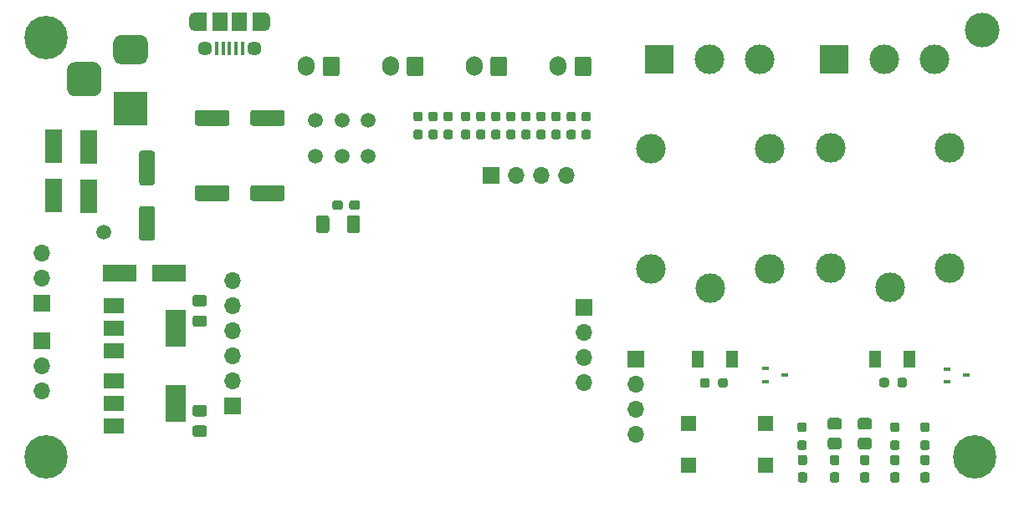
<source format=gbr>
G04 #@! TF.GenerationSoftware,KiCad,Pcbnew,5.1.9-73d0e3b20d~88~ubuntu18.04.1*
G04 #@! TF.CreationDate,2021-04-01T19:01:26+03:00*
G04 #@! TF.ProjectId,Electra,456c6563-7472-4612-9e6b-696361645f70,1*
G04 #@! TF.SameCoordinates,Original*
G04 #@! TF.FileFunction,Soldermask,Top*
G04 #@! TF.FilePolarity,Negative*
%FSLAX46Y46*%
G04 Gerber Fmt 4.6, Leading zero omitted, Abs format (unit mm)*
G04 Created by KiCad (PCBNEW 5.1.9-73d0e3b20d~88~ubuntu18.04.1) date 2021-04-01 19:01:26*
%MOMM*%
%LPD*%
G01*
G04 APERTURE LIST*
%ADD10C,3.500000*%
%ADD11C,2.600000*%
%ADD12O,1.700000X1.700000*%
%ADD13R,1.700000X1.700000*%
%ADD14C,4.400000*%
%ADD15C,0.700000*%
%ADD16R,1.800000X3.500000*%
%ADD17C,3.000000*%
%ADD18R,3.000000X3.000000*%
%ADD19O,1.700000X2.000000*%
%ADD20R,0.700000X0.450000*%
%ADD21R,1.500000X1.500000*%
%ADD22C,1.500000*%
%ADD23R,2.000000X3.800000*%
%ADD24R,2.000000X1.500000*%
%ADD25R,1.300000X1.700000*%
%ADD26R,3.500000X1.800000*%
%ADD27R,1.500000X1.900000*%
%ADD28C,1.450000*%
%ADD29R,0.400000X1.350000*%
%ADD30O,1.200000X1.900000*%
%ADD31R,1.200000X1.900000*%
%ADD32R,3.500000X3.500000*%
G04 APERTURE END LIST*
D10*
X195264600Y-72735200D03*
D11*
X195264600Y-72735200D03*
D12*
X154916700Y-108460300D03*
X154916700Y-105920300D03*
X154916700Y-103380300D03*
D13*
X154916700Y-100840300D03*
D14*
X100500000Y-73500000D03*
D15*
X102150000Y-73500000D03*
X101666726Y-74666726D03*
X100500000Y-75150000D03*
X99333274Y-74666726D03*
X98850000Y-73500000D03*
X99333274Y-72333274D03*
X100500000Y-71850000D03*
X101666726Y-72333274D03*
X101666726Y-114833274D03*
X100500000Y-114350000D03*
X99333274Y-114833274D03*
X98850000Y-116000000D03*
X99333274Y-117166726D03*
X100500000Y-117650000D03*
X101666726Y-117166726D03*
X102150000Y-116000000D03*
D14*
X100500000Y-116000000D03*
X194500000Y-116000000D03*
D15*
X196150000Y-116000000D03*
X195666726Y-117166726D03*
X194500000Y-117650000D03*
X193333274Y-117166726D03*
X192850000Y-116000000D03*
X193333274Y-114833274D03*
X194500000Y-114350000D03*
X195666726Y-114833274D03*
G36*
G01*
X132250200Y-90277700D02*
X132250200Y-90752700D01*
G75*
G02*
X132012700Y-90990200I-237500J0D01*
G01*
X131412700Y-90990200D01*
G75*
G02*
X131175200Y-90752700I0J237500D01*
G01*
X131175200Y-90277700D01*
G75*
G02*
X131412700Y-90040200I237500J0D01*
G01*
X132012700Y-90040200D01*
G75*
G02*
X132250200Y-90277700I0J-237500D01*
G01*
G37*
G36*
G01*
X130525200Y-90277700D02*
X130525200Y-90752700D01*
G75*
G02*
X130287700Y-90990200I-237500J0D01*
G01*
X129687700Y-90990200D01*
G75*
G02*
X129450200Y-90752700I0J237500D01*
G01*
X129450200Y-90277700D01*
G75*
G02*
X129687700Y-90040200I237500J0D01*
G01*
X130287700Y-90040200D01*
G75*
G02*
X130525200Y-90277700I0J-237500D01*
G01*
G37*
G36*
G01*
X132274700Y-91795597D02*
X132274700Y-93095603D01*
G75*
G02*
X132024703Y-93345600I-249997J0D01*
G01*
X131199697Y-93345600D01*
G75*
G02*
X130949700Y-93095603I0J249997D01*
G01*
X130949700Y-91795597D01*
G75*
G02*
X131199697Y-91545600I249997J0D01*
G01*
X132024703Y-91545600D01*
G75*
G02*
X132274700Y-91795597I0J-249997D01*
G01*
G37*
G36*
G01*
X129149700Y-91795597D02*
X129149700Y-93095603D01*
G75*
G02*
X128899703Y-93345600I-249997J0D01*
G01*
X128074697Y-93345600D01*
G75*
G02*
X127824700Y-93095603I0J249997D01*
G01*
X127824700Y-91795597D01*
G75*
G02*
X128074697Y-91545600I249997J0D01*
G01*
X128899703Y-91545600D01*
G75*
G02*
X129149700Y-91795597I0J-249997D01*
G01*
G37*
D16*
X101242000Y-89550000D03*
X101242000Y-84550000D03*
X104782000Y-84600000D03*
X104782000Y-89600000D03*
G36*
G01*
X177289500Y-118636000D02*
X176814500Y-118636000D01*
G75*
G02*
X176577000Y-118398500I0J237500D01*
G01*
X176577000Y-117823500D01*
G75*
G02*
X176814500Y-117586000I237500J0D01*
G01*
X177289500Y-117586000D01*
G75*
G02*
X177527000Y-117823500I0J-237500D01*
G01*
X177527000Y-118398500D01*
G75*
G02*
X177289500Y-118636000I-237500J0D01*
G01*
G37*
G36*
G01*
X177289500Y-116886000D02*
X176814500Y-116886000D01*
G75*
G02*
X176577000Y-116648500I0J237500D01*
G01*
X176577000Y-116073500D01*
G75*
G02*
X176814500Y-115836000I237500J0D01*
G01*
X177289500Y-115836000D01*
G75*
G02*
X177527000Y-116073500I0J-237500D01*
G01*
X177527000Y-116648500D01*
G75*
G02*
X177289500Y-116886000I-237500J0D01*
G01*
G37*
G36*
G01*
X186637500Y-118636000D02*
X186162500Y-118636000D01*
G75*
G02*
X185925000Y-118398500I0J237500D01*
G01*
X185925000Y-117823500D01*
G75*
G02*
X186162500Y-117586000I237500J0D01*
G01*
X186637500Y-117586000D01*
G75*
G02*
X186875000Y-117823500I0J-237500D01*
G01*
X186875000Y-118398500D01*
G75*
G02*
X186637500Y-118636000I-237500J0D01*
G01*
G37*
G36*
G01*
X186637500Y-116886000D02*
X186162500Y-116886000D01*
G75*
G02*
X185925000Y-116648500I0J237500D01*
G01*
X185925000Y-116073500D01*
G75*
G02*
X186162500Y-115836000I237500J0D01*
G01*
X186637500Y-115836000D01*
G75*
G02*
X186875000Y-116073500I0J-237500D01*
G01*
X186875000Y-116648500D01*
G75*
G02*
X186637500Y-116886000I-237500J0D01*
G01*
G37*
G36*
G01*
X183589500Y-116886000D02*
X183114500Y-116886000D01*
G75*
G02*
X182877000Y-116648500I0J237500D01*
G01*
X182877000Y-116073500D01*
G75*
G02*
X183114500Y-115836000I237500J0D01*
G01*
X183589500Y-115836000D01*
G75*
G02*
X183827000Y-116073500I0J-237500D01*
G01*
X183827000Y-116648500D01*
G75*
G02*
X183589500Y-116886000I-237500J0D01*
G01*
G37*
G36*
G01*
X183589500Y-118636000D02*
X183114500Y-118636000D01*
G75*
G02*
X182877000Y-118398500I0J237500D01*
G01*
X182877000Y-117823500D01*
G75*
G02*
X183114500Y-117586000I237500J0D01*
G01*
X183589500Y-117586000D01*
G75*
G02*
X183827000Y-117823500I0J-237500D01*
G01*
X183827000Y-118398500D01*
G75*
G02*
X183589500Y-118636000I-237500J0D01*
G01*
G37*
G36*
G01*
X180541500Y-118636000D02*
X180066500Y-118636000D01*
G75*
G02*
X179829000Y-118398500I0J237500D01*
G01*
X179829000Y-117823500D01*
G75*
G02*
X180066500Y-117586000I237500J0D01*
G01*
X180541500Y-117586000D01*
G75*
G02*
X180779000Y-117823500I0J-237500D01*
G01*
X180779000Y-118398500D01*
G75*
G02*
X180541500Y-118636000I-237500J0D01*
G01*
G37*
G36*
G01*
X180541500Y-116886000D02*
X180066500Y-116886000D01*
G75*
G02*
X179829000Y-116648500I0J237500D01*
G01*
X179829000Y-116073500D01*
G75*
G02*
X180066500Y-115836000I237500J0D01*
G01*
X180541500Y-115836000D01*
G75*
G02*
X180779000Y-116073500I0J-237500D01*
G01*
X180779000Y-116648500D01*
G75*
G02*
X180541500Y-116886000I-237500J0D01*
G01*
G37*
G36*
G01*
X189685500Y-116886000D02*
X189210500Y-116886000D01*
G75*
G02*
X188973000Y-116648500I0J237500D01*
G01*
X188973000Y-116073500D01*
G75*
G02*
X189210500Y-115836000I237500J0D01*
G01*
X189685500Y-115836000D01*
G75*
G02*
X189923000Y-116073500I0J-237500D01*
G01*
X189923000Y-116648500D01*
G75*
G02*
X189685500Y-116886000I-237500J0D01*
G01*
G37*
G36*
G01*
X189685500Y-118636000D02*
X189210500Y-118636000D01*
G75*
G02*
X188973000Y-118398500I0J237500D01*
G01*
X188973000Y-117823500D01*
G75*
G02*
X189210500Y-117586000I237500J0D01*
G01*
X189685500Y-117586000D01*
G75*
G02*
X189923000Y-117823500I0J-237500D01*
G01*
X189923000Y-118398500D01*
G75*
G02*
X189685500Y-118636000I-237500J0D01*
G01*
G37*
D17*
X172670000Y-75720000D03*
X167590000Y-75720000D03*
D18*
X162510000Y-75720000D03*
G36*
G01*
X155677800Y-75693600D02*
X155677800Y-77193600D01*
G75*
G02*
X155427800Y-77443600I-250000J0D01*
G01*
X154227800Y-77443600D01*
G75*
G02*
X153977800Y-77193600I0J250000D01*
G01*
X153977800Y-75693600D01*
G75*
G02*
X154227800Y-75443600I250000J0D01*
G01*
X155427800Y-75443600D01*
G75*
G02*
X155677800Y-75693600I0J-250000D01*
G01*
G37*
D19*
X152327800Y-76443600D03*
X143818800Y-76443600D03*
G36*
G01*
X147168800Y-75693600D02*
X147168800Y-77193600D01*
G75*
G02*
X146918800Y-77443600I-250000J0D01*
G01*
X145718800Y-77443600D01*
G75*
G02*
X145468800Y-77193600I0J250000D01*
G01*
X145468800Y-75693600D01*
G75*
G02*
X145718800Y-75443600I250000J0D01*
G01*
X146918800Y-75443600D01*
G75*
G02*
X147168800Y-75693600I0J-250000D01*
G01*
G37*
X135335200Y-76443600D03*
G36*
G01*
X138685200Y-75693600D02*
X138685200Y-77193600D01*
G75*
G02*
X138435200Y-77443600I-250000J0D01*
G01*
X137235200Y-77443600D01*
G75*
G02*
X136985200Y-77193600I0J250000D01*
G01*
X136985200Y-75693600D01*
G75*
G02*
X137235200Y-75443600I250000J0D01*
G01*
X138435200Y-75443600D01*
G75*
G02*
X138685200Y-75693600I0J-250000D01*
G01*
G37*
G36*
G01*
X130201600Y-75693600D02*
X130201600Y-77193600D01*
G75*
G02*
X129951600Y-77443600I-250000J0D01*
G01*
X128751600Y-77443600D01*
G75*
G02*
X128501600Y-77193600I0J250000D01*
G01*
X128501600Y-75693600D01*
G75*
G02*
X128751600Y-75443600I250000J0D01*
G01*
X129951600Y-75443600D01*
G75*
G02*
X130201600Y-75693600I0J-250000D01*
G01*
G37*
X126851600Y-76443600D03*
D13*
X145506000Y-87518000D03*
D12*
X148046000Y-87518000D03*
X150586000Y-87518000D03*
X153126000Y-87518000D03*
D18*
X180260000Y-75720000D03*
D17*
X185340000Y-75720000D03*
X190420000Y-75720000D03*
X173730000Y-96960000D03*
X173730000Y-84760000D03*
X161730000Y-84760000D03*
X161730000Y-96960000D03*
X167730000Y-98960000D03*
X185900000Y-98870000D03*
X179900000Y-96870000D03*
X179900000Y-84670000D03*
X191900000Y-84670000D03*
X191900000Y-96870000D03*
D20*
X173274800Y-107099100D03*
X173274800Y-108399100D03*
X175274800Y-107749100D03*
X193661100Y-107774500D03*
X191661100Y-108424500D03*
X191661100Y-107124500D03*
G36*
G01*
X177239500Y-113509000D02*
X176764500Y-113509000D01*
G75*
G02*
X176527000Y-113271500I0J237500D01*
G01*
X176527000Y-112771500D01*
G75*
G02*
X176764500Y-112534000I237500J0D01*
G01*
X177239500Y-112534000D01*
G75*
G02*
X177477000Y-112771500I0J-237500D01*
G01*
X177477000Y-113271500D01*
G75*
G02*
X177239500Y-113509000I-237500J0D01*
G01*
G37*
G36*
G01*
X177239500Y-115334000D02*
X176764500Y-115334000D01*
G75*
G02*
X176527000Y-115096500I0J237500D01*
G01*
X176527000Y-114596500D01*
G75*
G02*
X176764500Y-114359000I237500J0D01*
G01*
X177239500Y-114359000D01*
G75*
G02*
X177477000Y-114596500I0J-237500D01*
G01*
X177477000Y-115096500D01*
G75*
G02*
X177239500Y-115334000I-237500J0D01*
G01*
G37*
G36*
G01*
X169486600Y-108299000D02*
X169486600Y-108774000D01*
G75*
G02*
X169249100Y-109011500I-237500J0D01*
G01*
X168749100Y-109011500D01*
G75*
G02*
X168511600Y-108774000I0J237500D01*
G01*
X168511600Y-108299000D01*
G75*
G02*
X168749100Y-108061500I237500J0D01*
G01*
X169249100Y-108061500D01*
G75*
G02*
X169486600Y-108299000I0J-237500D01*
G01*
G37*
G36*
G01*
X167661600Y-108299000D02*
X167661600Y-108774000D01*
G75*
G02*
X167424100Y-109011500I-237500J0D01*
G01*
X166924100Y-109011500D01*
G75*
G02*
X166686600Y-108774000I0J237500D01*
G01*
X166686600Y-108299000D01*
G75*
G02*
X166924100Y-108061500I237500J0D01*
G01*
X167424100Y-108061500D01*
G75*
G02*
X167661600Y-108299000I0J-237500D01*
G01*
G37*
G36*
G01*
X186162500Y-112534000D02*
X186637500Y-112534000D01*
G75*
G02*
X186875000Y-112771500I0J-237500D01*
G01*
X186875000Y-113271500D01*
G75*
G02*
X186637500Y-113509000I-237500J0D01*
G01*
X186162500Y-113509000D01*
G75*
G02*
X185925000Y-113271500I0J237500D01*
G01*
X185925000Y-112771500D01*
G75*
G02*
X186162500Y-112534000I237500J0D01*
G01*
G37*
G36*
G01*
X186162500Y-114359000D02*
X186637500Y-114359000D01*
G75*
G02*
X186875000Y-114596500I0J-237500D01*
G01*
X186875000Y-115096500D01*
G75*
G02*
X186637500Y-115334000I-237500J0D01*
G01*
X186162500Y-115334000D01*
G75*
G02*
X185925000Y-115096500I0J237500D01*
G01*
X185925000Y-114596500D01*
G75*
G02*
X186162500Y-114359000I237500J0D01*
G01*
G37*
G36*
G01*
X144727500Y-82013000D02*
X144252500Y-82013000D01*
G75*
G02*
X144015000Y-81775500I0J237500D01*
G01*
X144015000Y-81275500D01*
G75*
G02*
X144252500Y-81038000I237500J0D01*
G01*
X144727500Y-81038000D01*
G75*
G02*
X144965000Y-81275500I0J-237500D01*
G01*
X144965000Y-81775500D01*
G75*
G02*
X144727500Y-82013000I-237500J0D01*
G01*
G37*
G36*
G01*
X144727500Y-83838000D02*
X144252500Y-83838000D01*
G75*
G02*
X144015000Y-83600500I0J237500D01*
G01*
X144015000Y-83100500D01*
G75*
G02*
X144252500Y-82863000I237500J0D01*
G01*
X144727500Y-82863000D01*
G75*
G02*
X144965000Y-83100500I0J-237500D01*
G01*
X144965000Y-83600500D01*
G75*
G02*
X144727500Y-83838000I-237500J0D01*
G01*
G37*
G36*
G01*
X143203500Y-82013000D02*
X142728500Y-82013000D01*
G75*
G02*
X142491000Y-81775500I0J237500D01*
G01*
X142491000Y-81275500D01*
G75*
G02*
X142728500Y-81038000I237500J0D01*
G01*
X143203500Y-81038000D01*
G75*
G02*
X143441000Y-81275500I0J-237500D01*
G01*
X143441000Y-81775500D01*
G75*
G02*
X143203500Y-82013000I-237500J0D01*
G01*
G37*
G36*
G01*
X143203500Y-83838000D02*
X142728500Y-83838000D01*
G75*
G02*
X142491000Y-83600500I0J237500D01*
G01*
X142491000Y-83100500D01*
G75*
G02*
X142728500Y-82863000I237500J0D01*
G01*
X143203500Y-82863000D01*
G75*
G02*
X143441000Y-83100500I0J-237500D01*
G01*
X143441000Y-83600500D01*
G75*
G02*
X143203500Y-83838000I-237500J0D01*
G01*
G37*
G36*
G01*
X149299500Y-83838000D02*
X148824500Y-83838000D01*
G75*
G02*
X148587000Y-83600500I0J237500D01*
G01*
X148587000Y-83100500D01*
G75*
G02*
X148824500Y-82863000I237500J0D01*
G01*
X149299500Y-82863000D01*
G75*
G02*
X149537000Y-83100500I0J-237500D01*
G01*
X149537000Y-83600500D01*
G75*
G02*
X149299500Y-83838000I-237500J0D01*
G01*
G37*
G36*
G01*
X149299500Y-82013000D02*
X148824500Y-82013000D01*
G75*
G02*
X148587000Y-81775500I0J237500D01*
G01*
X148587000Y-81275500D01*
G75*
G02*
X148824500Y-81038000I237500J0D01*
G01*
X149299500Y-81038000D01*
G75*
G02*
X149537000Y-81275500I0J-237500D01*
G01*
X149537000Y-81775500D01*
G75*
G02*
X149299500Y-82013000I-237500J0D01*
G01*
G37*
G36*
G01*
X147775500Y-82013000D02*
X147300500Y-82013000D01*
G75*
G02*
X147063000Y-81775500I0J237500D01*
G01*
X147063000Y-81275500D01*
G75*
G02*
X147300500Y-81038000I237500J0D01*
G01*
X147775500Y-81038000D01*
G75*
G02*
X148013000Y-81275500I0J-237500D01*
G01*
X148013000Y-81775500D01*
G75*
G02*
X147775500Y-82013000I-237500J0D01*
G01*
G37*
G36*
G01*
X147775500Y-83838000D02*
X147300500Y-83838000D01*
G75*
G02*
X147063000Y-83600500I0J237500D01*
G01*
X147063000Y-83100500D01*
G75*
G02*
X147300500Y-82863000I237500J0D01*
G01*
X147775500Y-82863000D01*
G75*
G02*
X148013000Y-83100500I0J-237500D01*
G01*
X148013000Y-83600500D01*
G75*
G02*
X147775500Y-83838000I-237500J0D01*
G01*
G37*
G36*
G01*
X145776500Y-81038000D02*
X146251500Y-81038000D01*
G75*
G02*
X146489000Y-81275500I0J-237500D01*
G01*
X146489000Y-81775500D01*
G75*
G02*
X146251500Y-82013000I-237500J0D01*
G01*
X145776500Y-82013000D01*
G75*
G02*
X145539000Y-81775500I0J237500D01*
G01*
X145539000Y-81275500D01*
G75*
G02*
X145776500Y-81038000I237500J0D01*
G01*
G37*
G36*
G01*
X145776500Y-82863000D02*
X146251500Y-82863000D01*
G75*
G02*
X146489000Y-83100500I0J-237500D01*
G01*
X146489000Y-83600500D01*
G75*
G02*
X146251500Y-83838000I-237500J0D01*
G01*
X145776500Y-83838000D01*
G75*
G02*
X145539000Y-83600500I0J237500D01*
G01*
X145539000Y-83100500D01*
G75*
G02*
X145776500Y-82863000I237500J0D01*
G01*
G37*
G36*
G01*
X183802001Y-115280000D02*
X182901999Y-115280000D01*
G75*
G02*
X182652000Y-115030001I0J249999D01*
G01*
X182652000Y-114329999D01*
G75*
G02*
X182901999Y-114080000I249999J0D01*
G01*
X183802001Y-114080000D01*
G75*
G02*
X184052000Y-114329999I0J-249999D01*
G01*
X184052000Y-115030001D01*
G75*
G02*
X183802001Y-115280000I-249999J0D01*
G01*
G37*
G36*
G01*
X183802001Y-113280000D02*
X182901999Y-113280000D01*
G75*
G02*
X182652000Y-113030001I0J249999D01*
G01*
X182652000Y-112329999D01*
G75*
G02*
X182901999Y-112080000I249999J0D01*
G01*
X183802001Y-112080000D01*
G75*
G02*
X184052000Y-112329999I0J-249999D01*
G01*
X184052000Y-113030001D01*
G75*
G02*
X183802001Y-113280000I-249999J0D01*
G01*
G37*
G36*
G01*
X150348500Y-81038000D02*
X150823500Y-81038000D01*
G75*
G02*
X151061000Y-81275500I0J-237500D01*
G01*
X151061000Y-81775500D01*
G75*
G02*
X150823500Y-82013000I-237500J0D01*
G01*
X150348500Y-82013000D01*
G75*
G02*
X150111000Y-81775500I0J237500D01*
G01*
X150111000Y-81275500D01*
G75*
G02*
X150348500Y-81038000I237500J0D01*
G01*
G37*
G36*
G01*
X150348500Y-82863000D02*
X150823500Y-82863000D01*
G75*
G02*
X151061000Y-83100500I0J-237500D01*
G01*
X151061000Y-83600500D01*
G75*
G02*
X150823500Y-83838000I-237500J0D01*
G01*
X150348500Y-83838000D01*
G75*
G02*
X150111000Y-83600500I0J237500D01*
G01*
X150111000Y-83100500D01*
G75*
G02*
X150348500Y-82863000I237500J0D01*
G01*
G37*
G36*
G01*
X151872500Y-82863000D02*
X152347500Y-82863000D01*
G75*
G02*
X152585000Y-83100500I0J-237500D01*
G01*
X152585000Y-83600500D01*
G75*
G02*
X152347500Y-83838000I-237500J0D01*
G01*
X151872500Y-83838000D01*
G75*
G02*
X151635000Y-83600500I0J237500D01*
G01*
X151635000Y-83100500D01*
G75*
G02*
X151872500Y-82863000I237500J0D01*
G01*
G37*
G36*
G01*
X151872500Y-81038000D02*
X152347500Y-81038000D01*
G75*
G02*
X152585000Y-81275500I0J-237500D01*
G01*
X152585000Y-81775500D01*
G75*
G02*
X152347500Y-82013000I-237500J0D01*
G01*
X151872500Y-82013000D01*
G75*
G02*
X151635000Y-81775500I0J237500D01*
G01*
X151635000Y-81275500D01*
G75*
G02*
X151872500Y-81038000I237500J0D01*
G01*
G37*
G36*
G01*
X180754001Y-113280000D02*
X179853999Y-113280000D01*
G75*
G02*
X179604000Y-113030001I0J249999D01*
G01*
X179604000Y-112329999D01*
G75*
G02*
X179853999Y-112080000I249999J0D01*
G01*
X180754001Y-112080000D01*
G75*
G02*
X181004000Y-112329999I0J-249999D01*
G01*
X181004000Y-113030001D01*
G75*
G02*
X180754001Y-113280000I-249999J0D01*
G01*
G37*
G36*
G01*
X180754001Y-115280000D02*
X179853999Y-115280000D01*
G75*
G02*
X179604000Y-115030001I0J249999D01*
G01*
X179604000Y-114329999D01*
G75*
G02*
X179853999Y-114080000I249999J0D01*
G01*
X180754001Y-114080000D01*
G75*
G02*
X181004000Y-114329999I0J-249999D01*
G01*
X181004000Y-115030001D01*
G75*
G02*
X180754001Y-115280000I-249999J0D01*
G01*
G37*
G36*
G01*
X140950500Y-81038000D02*
X141425500Y-81038000D01*
G75*
G02*
X141663000Y-81275500I0J-237500D01*
G01*
X141663000Y-81775500D01*
G75*
G02*
X141425500Y-82013000I-237500J0D01*
G01*
X140950500Y-82013000D01*
G75*
G02*
X140713000Y-81775500I0J237500D01*
G01*
X140713000Y-81275500D01*
G75*
G02*
X140950500Y-81038000I237500J0D01*
G01*
G37*
G36*
G01*
X140950500Y-82863000D02*
X141425500Y-82863000D01*
G75*
G02*
X141663000Y-83100500I0J-237500D01*
G01*
X141663000Y-83600500D01*
G75*
G02*
X141425500Y-83838000I-237500J0D01*
G01*
X140950500Y-83838000D01*
G75*
G02*
X140713000Y-83600500I0J237500D01*
G01*
X140713000Y-83100500D01*
G75*
G02*
X140950500Y-82863000I237500J0D01*
G01*
G37*
G36*
G01*
X139426500Y-82863000D02*
X139901500Y-82863000D01*
G75*
G02*
X140139000Y-83100500I0J-237500D01*
G01*
X140139000Y-83600500D01*
G75*
G02*
X139901500Y-83838000I-237500J0D01*
G01*
X139426500Y-83838000D01*
G75*
G02*
X139189000Y-83600500I0J237500D01*
G01*
X139189000Y-83100500D01*
G75*
G02*
X139426500Y-82863000I237500J0D01*
G01*
G37*
G36*
G01*
X139426500Y-81038000D02*
X139901500Y-81038000D01*
G75*
G02*
X140139000Y-81275500I0J-237500D01*
G01*
X140139000Y-81775500D01*
G75*
G02*
X139901500Y-82013000I-237500J0D01*
G01*
X139426500Y-82013000D01*
G75*
G02*
X139189000Y-81775500I0J237500D01*
G01*
X139189000Y-81275500D01*
G75*
G02*
X139426500Y-81038000I237500J0D01*
G01*
G37*
G36*
G01*
X137902500Y-81038000D02*
X138377500Y-81038000D01*
G75*
G02*
X138615000Y-81275500I0J-237500D01*
G01*
X138615000Y-81775500D01*
G75*
G02*
X138377500Y-82013000I-237500J0D01*
G01*
X137902500Y-82013000D01*
G75*
G02*
X137665000Y-81775500I0J237500D01*
G01*
X137665000Y-81275500D01*
G75*
G02*
X137902500Y-81038000I237500J0D01*
G01*
G37*
G36*
G01*
X137902500Y-82863000D02*
X138377500Y-82863000D01*
G75*
G02*
X138615000Y-83100500I0J-237500D01*
G01*
X138615000Y-83600500D01*
G75*
G02*
X138377500Y-83838000I-237500J0D01*
G01*
X137902500Y-83838000D01*
G75*
G02*
X137665000Y-83600500I0J237500D01*
G01*
X137665000Y-83100500D01*
G75*
G02*
X137902500Y-82863000I237500J0D01*
G01*
G37*
G36*
G01*
X154920500Y-82875000D02*
X155395500Y-82875000D01*
G75*
G02*
X155633000Y-83112500I0J-237500D01*
G01*
X155633000Y-83612500D01*
G75*
G02*
X155395500Y-83850000I-237500J0D01*
G01*
X154920500Y-83850000D01*
G75*
G02*
X154683000Y-83612500I0J237500D01*
G01*
X154683000Y-83112500D01*
G75*
G02*
X154920500Y-82875000I237500J0D01*
G01*
G37*
G36*
G01*
X154920500Y-81050000D02*
X155395500Y-81050000D01*
G75*
G02*
X155633000Y-81287500I0J-237500D01*
G01*
X155633000Y-81787500D01*
G75*
G02*
X155395500Y-82025000I-237500J0D01*
G01*
X154920500Y-82025000D01*
G75*
G02*
X154683000Y-81787500I0J237500D01*
G01*
X154683000Y-81287500D01*
G75*
G02*
X154920500Y-81050000I237500J0D01*
G01*
G37*
G36*
G01*
X153875500Y-83850000D02*
X153400500Y-83850000D01*
G75*
G02*
X153163000Y-83612500I0J237500D01*
G01*
X153163000Y-83112500D01*
G75*
G02*
X153400500Y-82875000I237500J0D01*
G01*
X153875500Y-82875000D01*
G75*
G02*
X154113000Y-83112500I0J-237500D01*
G01*
X154113000Y-83612500D01*
G75*
G02*
X153875500Y-83850000I-237500J0D01*
G01*
G37*
G36*
G01*
X153875500Y-82025000D02*
X153400500Y-82025000D01*
G75*
G02*
X153163000Y-81787500I0J237500D01*
G01*
X153163000Y-81287500D01*
G75*
G02*
X153400500Y-81050000I237500J0D01*
G01*
X153875500Y-81050000D01*
G75*
G02*
X154113000Y-81287500I0J-237500D01*
G01*
X154113000Y-81787500D01*
G75*
G02*
X153875500Y-82025000I-237500J0D01*
G01*
G37*
G36*
G01*
X187622200Y-108260900D02*
X187622200Y-108735900D01*
G75*
G02*
X187384700Y-108973400I-237500J0D01*
G01*
X186884700Y-108973400D01*
G75*
G02*
X186647200Y-108735900I0J237500D01*
G01*
X186647200Y-108260900D01*
G75*
G02*
X186884700Y-108023400I237500J0D01*
G01*
X187384700Y-108023400D01*
G75*
G02*
X187622200Y-108260900I0J-237500D01*
G01*
G37*
G36*
G01*
X185797200Y-108260900D02*
X185797200Y-108735900D01*
G75*
G02*
X185559700Y-108973400I-237500J0D01*
G01*
X185059700Y-108973400D01*
G75*
G02*
X184822200Y-108735900I0J237500D01*
G01*
X184822200Y-108260900D01*
G75*
G02*
X185059700Y-108023400I237500J0D01*
G01*
X185559700Y-108023400D01*
G75*
G02*
X185797200Y-108260900I0J-237500D01*
G01*
G37*
G36*
G01*
X189210500Y-114359000D02*
X189685500Y-114359000D01*
G75*
G02*
X189923000Y-114596500I0J-237500D01*
G01*
X189923000Y-115096500D01*
G75*
G02*
X189685500Y-115334000I-237500J0D01*
G01*
X189210500Y-115334000D01*
G75*
G02*
X188973000Y-115096500I0J237500D01*
G01*
X188973000Y-114596500D01*
G75*
G02*
X189210500Y-114359000I237500J0D01*
G01*
G37*
G36*
G01*
X189210500Y-112534000D02*
X189685500Y-112534000D01*
G75*
G02*
X189923000Y-112771500I0J-237500D01*
G01*
X189923000Y-113271500D01*
G75*
G02*
X189685500Y-113509000I-237500J0D01*
G01*
X189210500Y-113509000D01*
G75*
G02*
X188973000Y-113271500I0J237500D01*
G01*
X188973000Y-112771500D01*
G75*
G02*
X189210500Y-112534000I237500J0D01*
G01*
G37*
D21*
X173282000Y-116855000D03*
X165482000Y-116855000D03*
X165482000Y-112613200D03*
X173282000Y-112613200D03*
D22*
X127726000Y-81930000D03*
X106326500Y-93233000D03*
X130418400Y-81904600D03*
X133085400Y-81879200D03*
X130443800Y-85562200D03*
X127751400Y-85562200D03*
X133085400Y-85562200D03*
D23*
X113604000Y-110632000D03*
D24*
X107304000Y-110632000D03*
X107304000Y-112932000D03*
X107304000Y-108332000D03*
D25*
X169912800Y-106148900D03*
X166412800Y-106148900D03*
X184383300Y-106148900D03*
X187883300Y-106148900D03*
G36*
G01*
X111258000Y-94100000D02*
X110158000Y-94100000D01*
G75*
G02*
X109908000Y-93850000I0J250000D01*
G01*
X109908000Y-90850000D01*
G75*
G02*
X110158000Y-90600000I250000J0D01*
G01*
X111258000Y-90600000D01*
G75*
G02*
X111508000Y-90850000I0J-250000D01*
G01*
X111508000Y-93850000D01*
G75*
G02*
X111258000Y-94100000I-250000J0D01*
G01*
G37*
G36*
G01*
X111258000Y-88500000D02*
X110158000Y-88500000D01*
G75*
G02*
X109908000Y-88250000I0J250000D01*
G01*
X109908000Y-85250000D01*
G75*
G02*
X110158000Y-85000000I250000J0D01*
G01*
X111258000Y-85000000D01*
G75*
G02*
X111508000Y-85250000I0J-250000D01*
G01*
X111508000Y-88250000D01*
G75*
G02*
X111258000Y-88500000I-250000J0D01*
G01*
G37*
G36*
G01*
X115567000Y-112838500D02*
X116517000Y-112838500D01*
G75*
G02*
X116767000Y-113088500I0J-250000D01*
G01*
X116767000Y-113763500D01*
G75*
G02*
X116517000Y-114013500I-250000J0D01*
G01*
X115567000Y-114013500D01*
G75*
G02*
X115317000Y-113763500I0J250000D01*
G01*
X115317000Y-113088500D01*
G75*
G02*
X115567000Y-112838500I250000J0D01*
G01*
G37*
G36*
G01*
X115567000Y-110763500D02*
X116517000Y-110763500D01*
G75*
G02*
X116767000Y-111013500I0J-250000D01*
G01*
X116767000Y-111688500D01*
G75*
G02*
X116517000Y-111938500I-250000J0D01*
G01*
X115567000Y-111938500D01*
G75*
G02*
X115317000Y-111688500I0J250000D01*
G01*
X115317000Y-111013500D01*
G75*
G02*
X115567000Y-110763500I250000J0D01*
G01*
G37*
G36*
G01*
X116517000Y-102859000D02*
X115567000Y-102859000D01*
G75*
G02*
X115317000Y-102609000I0J250000D01*
G01*
X115317000Y-101934000D01*
G75*
G02*
X115567000Y-101684000I250000J0D01*
G01*
X116517000Y-101684000D01*
G75*
G02*
X116767000Y-101934000I0J-250000D01*
G01*
X116767000Y-102609000D01*
G75*
G02*
X116517000Y-102859000I-250000J0D01*
G01*
G37*
G36*
G01*
X116517000Y-100784000D02*
X115567000Y-100784000D01*
G75*
G02*
X115317000Y-100534000I0J250000D01*
G01*
X115317000Y-99859000D01*
G75*
G02*
X115567000Y-99609000I250000J0D01*
G01*
X116517000Y-99609000D01*
G75*
G02*
X116767000Y-99859000I0J-250000D01*
G01*
X116767000Y-100534000D01*
G75*
G02*
X116517000Y-100784000I-250000J0D01*
G01*
G37*
G36*
G01*
X115556000Y-89846000D02*
X115556000Y-88746000D01*
G75*
G02*
X115806000Y-88496000I250000J0D01*
G01*
X118806000Y-88496000D01*
G75*
G02*
X119056000Y-88746000I0J-250000D01*
G01*
X119056000Y-89846000D01*
G75*
G02*
X118806000Y-90096000I-250000J0D01*
G01*
X115806000Y-90096000D01*
G75*
G02*
X115556000Y-89846000I0J250000D01*
G01*
G37*
G36*
G01*
X121156000Y-89846000D02*
X121156000Y-88746000D01*
G75*
G02*
X121406000Y-88496000I250000J0D01*
G01*
X124406000Y-88496000D01*
G75*
G02*
X124656000Y-88746000I0J-250000D01*
G01*
X124656000Y-89846000D01*
G75*
G02*
X124406000Y-90096000I-250000J0D01*
G01*
X121406000Y-90096000D01*
G75*
G02*
X121156000Y-89846000I0J250000D01*
G01*
G37*
G36*
G01*
X121156000Y-82226000D02*
X121156000Y-81126000D01*
G75*
G02*
X121406000Y-80876000I250000J0D01*
G01*
X124406000Y-80876000D01*
G75*
G02*
X124656000Y-81126000I0J-250000D01*
G01*
X124656000Y-82226000D01*
G75*
G02*
X124406000Y-82476000I-250000J0D01*
G01*
X121406000Y-82476000D01*
G75*
G02*
X121156000Y-82226000I0J250000D01*
G01*
G37*
G36*
G01*
X115556000Y-82226000D02*
X115556000Y-81126000D01*
G75*
G02*
X115806000Y-80876000I250000J0D01*
G01*
X118806000Y-80876000D01*
G75*
G02*
X119056000Y-81126000I0J-250000D01*
G01*
X119056000Y-82226000D01*
G75*
G02*
X118806000Y-82476000I-250000J0D01*
G01*
X115806000Y-82476000D01*
G75*
G02*
X115556000Y-82226000I0J250000D01*
G01*
G37*
D26*
X112954000Y-97424000D03*
X107954000Y-97424000D03*
D13*
X100040000Y-100472000D03*
D12*
X100040000Y-97932000D03*
X100040000Y-95392000D03*
D13*
X119369400Y-110911400D03*
D12*
X119369400Y-108371400D03*
X119369400Y-105831400D03*
X119369400Y-103291400D03*
X119369400Y-100751400D03*
X119369400Y-98211400D03*
X100040000Y-109362000D03*
X100040000Y-106822000D03*
D13*
X100040000Y-104282000D03*
X160136400Y-106110800D03*
D12*
X160136400Y-108650800D03*
X160136400Y-111190800D03*
X160136400Y-113730800D03*
D27*
X118060000Y-71930000D03*
D28*
X121560000Y-74630000D03*
D29*
X119710000Y-74630000D03*
X120360000Y-74630000D03*
X117760000Y-74630000D03*
X118410000Y-74630000D03*
X119060000Y-74630000D03*
D28*
X116560000Y-74630000D03*
D27*
X120060000Y-71930000D03*
D30*
X122560000Y-71930000D03*
X115560000Y-71930000D03*
D31*
X116160000Y-71930000D03*
X121960000Y-71930000D03*
D32*
X109050000Y-80750000D03*
G36*
G01*
X108050000Y-73250000D02*
X110050000Y-73250000D01*
G75*
G02*
X110800000Y-74000000I0J-750000D01*
G01*
X110800000Y-75500000D01*
G75*
G02*
X110050000Y-76250000I-750000J0D01*
G01*
X108050000Y-76250000D01*
G75*
G02*
X107300000Y-75500000I0J750000D01*
G01*
X107300000Y-74000000D01*
G75*
G02*
X108050000Y-73250000I750000J0D01*
G01*
G37*
G36*
G01*
X103475000Y-76000000D02*
X105225000Y-76000000D01*
G75*
G02*
X106100000Y-76875000I0J-875000D01*
G01*
X106100000Y-78625000D01*
G75*
G02*
X105225000Y-79500000I-875000J0D01*
G01*
X103475000Y-79500000D01*
G75*
G02*
X102600000Y-78625000I0J875000D01*
G01*
X102600000Y-76875000D01*
G75*
G02*
X103475000Y-76000000I875000J0D01*
G01*
G37*
D23*
X113604000Y-103012000D03*
D24*
X107304000Y-103012000D03*
X107304000Y-105312000D03*
X107304000Y-100712000D03*
M02*

</source>
